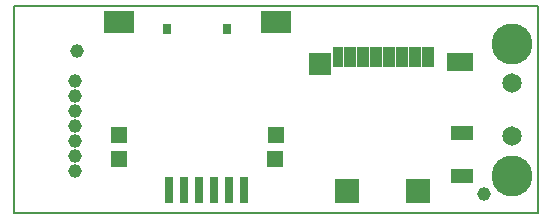
<source format=gbr>
%FSLAX23Y23*%
%MOIN*%
G04 EasyPC Gerber Version 17.0 Build 3379 *
%ADD20R,0.02726X0.03750*%
%ADD19R,0.03159X0.09065*%
%ADD17R,0.03553X0.06899*%
%ADD14R,0.03946X0.06899*%
%ADD70R,0.05324X0.05718*%
%ADD15R,0.07175X0.07687*%
%ADD22C,0.00500*%
%ADD12C,0.04537*%
%ADD21C,0.04537*%
%ADD11C,0.06518*%
%ADD10C,0.13655*%
%ADD13R,0.07293X0.04537*%
%ADD16R,0.08671X0.05915*%
%ADD71R,0.10049X0.07293*%
%ADD18R,0.08080X0.07883*%
X0Y0D02*
D02*
D10*
X1758Y353D03*
Y793D03*
D02*
D11*
Y484D03*
Y662D03*
D02*
D12*
X307Y767D03*
X1665Y290D03*
D02*
D13*
X1591Y350D03*
Y496D03*
D02*
D14*
X1219Y748D03*
X1262D03*
X1305D03*
X1348D03*
X1392D03*
X1435D03*
X1478D03*
D02*
D15*
X1119Y724D03*
D02*
D16*
X1585Y733D03*
D02*
D17*
X1177Y748D03*
D02*
D18*
X1209Y302D03*
X1444D03*
D02*
D19*
X615Y305D03*
X665D03*
X715D03*
X765D03*
X815D03*
X865D03*
D02*
D70*
X448Y408D03*
Y487D03*
X970Y408D03*
X971Y487D03*
D02*
D71*
X450Y864D03*
X971Y864D03*
D02*
D20*
X609Y840D03*
X809D03*
D02*
D21*
X303Y369D03*
Y419D03*
Y469D03*
Y519D03*
Y569D03*
Y619D03*
Y669D03*
D02*
D22*
X1844Y228D02*
X98D01*
Y918*
X1844*
Y228*
X0Y0D02*
M02*

</source>
